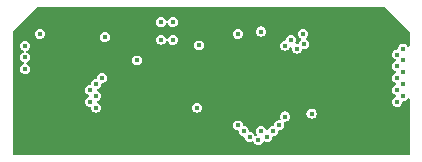
<source format=gbr>
%TF.GenerationSoftware,KiCad,Pcbnew,7.0.8*%
%TF.CreationDate,2023-11-08T19:53:20+10:00*%
%TF.ProjectId,ControllerBoard,436f6e74-726f-46c6-9c65-72426f617264,rev?*%
%TF.SameCoordinates,Original*%
%TF.FileFunction,Copper,L2,Inr*%
%TF.FilePolarity,Positive*%
%FSLAX46Y46*%
G04 Gerber Fmt 4.6, Leading zero omitted, Abs format (unit mm)*
G04 Created by KiCad (PCBNEW 7.0.8) date 2023-11-08 19:53:20*
%MOMM*%
%LPD*%
G01*
G04 APERTURE LIST*
%TA.AperFunction,ViaPad*%
%ADD10C,0.450000*%
%TD*%
G04 APERTURE END LIST*
D10*
%TO.N,GND*%
X12500000Y-4000000D03*
X9250000Y-1270000D03*
X10750000Y-500000D03*
%TO.N,VCC*%
X13760000Y-3000000D03*
X1250000Y-5500000D03*
X2500000Y-2500000D03*
X1250000Y-3500000D03*
X15775000Y-8750000D03*
X13760000Y-1500000D03*
X16000000Y-3480000D03*
X1250000Y-4500000D03*
X25500000Y-9250000D03*
X8000000Y-2775000D03*
%TO.N,GND*%
X19250000Y-6750000D03*
X16250000Y-520000D03*
X15020000Y-10000000D03*
X18250000Y-4250000D03*
X22750000Y-1500000D03*
X30000000Y-3750000D03*
X1250000Y-8500000D03*
X19250000Y-7750000D03*
X20750000Y-5750000D03*
X1250000Y-7500000D03*
X24000000Y-1500000D03*
X18250000Y-8250000D03*
X16000000Y-2520000D03*
X22250000Y-4250000D03*
X14225000Y-8750000D03*
X2500000Y-9500000D03*
X20520000Y-750000D03*
X20500000Y-6750000D03*
X8000000Y-1225000D03*
X19500000Y-1480000D03*
X1250000Y-6500000D03*
X24500000Y-9730000D03*
X26750000Y-3750000D03*
X18250000Y-6750000D03*
X21500000Y-5000000D03*
X14225000Y-7250000D03*
X21800000Y-1650000D03*
X20480000Y-12500000D03*
X13520000Y-12500000D03*
X25250000Y-1500000D03*
X16750000Y-9000000D03*
X17500000Y-10000000D03*
X5250000Y-1150000D03*
X9250000Y-4230000D03*
%TO.N,/Microcontroller/DEC3*%
X19250000Y-2500000D03*
%TO.N,/Connectors/ROW0*%
X33250000Y-3750000D03*
%TO.N,/Connectors/COL9*%
X24750000Y-2500000D03*
%TO.N,/Connectors/ROW1*%
X32750000Y-4250000D03*
%TO.N,/Connectors/COL10*%
X24875000Y-3375000D03*
%TO.N,/Accelerometer/SDA*%
X12750000Y-1510000D03*
%TO.N,/Accelerometer/SCL*%
X12750000Y-2990000D03*
%TO.N,/Connectors/ROW2*%
X33250000Y-4750000D03*
%TO.N,/Connectors/COL0*%
X19250000Y-10250000D03*
%TO.N,/Connectors/ROW3*%
X32750000Y-5250000D03*
%TO.N,/Connectors/COL1*%
X19750000Y-10750000D03*
%TO.N,/Connectors/ROW4*%
X33250000Y-5750000D03*
%TO.N,/Connectors/COL2*%
X20250000Y-11250000D03*
%TO.N,/Connectors/ROW5*%
X32750000Y-6250000D03*
%TO.N,/Connectors/COL3*%
X21000000Y-11500000D03*
%TO.N,/Connectors/ROW6*%
X33250000Y-6750000D03*
%TO.N,/Connectors/COL4*%
X21250000Y-10750000D03*
%TO.N,/Connectors/ROW7*%
X32750000Y-7250000D03*
%TO.N,/Connectors/COL5*%
X21750000Y-11250000D03*
%TO.N,/Connectors/ROW8*%
X33250000Y-7750000D03*
%TO.N,/Connectors/COL6*%
X22250000Y-10750000D03*
%TO.N,/Connectors/ROW9*%
X32750000Y-8250000D03*
%TO.N,/Connectors/COL7*%
X22750000Y-10250000D03*
%TO.N,/Connectors/COL8*%
X23250000Y-9500000D03*
%TO.N,/Connectors/SWDCLK*%
X23250000Y-3500000D03*
%TO.N,/Connectors/SWDIO*%
X23750000Y-3000000D03*
%TO.N,/Accelerometer/INT1*%
X10750000Y-4750000D03*
X21220714Y-2308572D03*
%TO.N,/Connectors/LED0*%
X6750000Y-7250000D03*
%TO.N,/Connectors/LED1*%
X7250000Y-7750000D03*
%TO.N,/Connectors/LED2*%
X6750000Y-8250000D03*
%TO.N,/Connectors/LED3*%
X7250000Y-8750000D03*
%TO.N,/Connectors/BUTTON*%
X7250000Y-6750000D03*
%TO.N,/Microcontroller/RESET*%
X24250000Y-3750000D03*
X7750000Y-6250000D03*
%TD*%
%TA.AperFunction,Conductor*%
%TO.N,GND*%
G36*
X31684134Y-219407D02*
G01*
X31695947Y-229496D01*
X33770504Y-2304053D01*
X33798281Y-2358570D01*
X33799500Y-2374057D01*
X33799500Y-3478845D01*
X33780593Y-3537036D01*
X33731093Y-3573000D01*
X33669907Y-3573000D01*
X33620407Y-3537036D01*
X33612291Y-3523791D01*
X33608457Y-3516268D01*
X33598528Y-3496780D01*
X33503220Y-3401472D01*
X33503217Y-3401470D01*
X33383129Y-3340282D01*
X33383127Y-3340281D01*
X33250000Y-3319196D01*
X33116872Y-3340281D01*
X33116870Y-3340282D01*
X32996782Y-3401470D01*
X32901470Y-3496782D01*
X32840282Y-3616870D01*
X32840281Y-3616872D01*
X32820986Y-3738693D01*
X32793208Y-3793209D01*
X32738693Y-3820986D01*
X32616872Y-3840281D01*
X32616870Y-3840282D01*
X32496782Y-3901470D01*
X32401470Y-3996782D01*
X32340282Y-4116870D01*
X32340281Y-4116872D01*
X32319196Y-4249999D01*
X32319196Y-4250000D01*
X32340281Y-4383127D01*
X32340282Y-4383129D01*
X32399831Y-4500000D01*
X32401472Y-4503220D01*
X32496780Y-4598528D01*
X32532778Y-4616870D01*
X32620939Y-4661791D01*
X32664203Y-4705056D01*
X32673774Y-4765488D01*
X32645996Y-4820004D01*
X32620939Y-4838209D01*
X32496781Y-4901471D01*
X32401470Y-4996782D01*
X32340282Y-5116870D01*
X32340281Y-5116872D01*
X32319196Y-5249999D01*
X32319196Y-5250000D01*
X32340281Y-5383127D01*
X32340282Y-5383129D01*
X32399831Y-5500000D01*
X32401472Y-5503220D01*
X32496780Y-5598528D01*
X32532786Y-5616874D01*
X32620939Y-5661791D01*
X32664203Y-5705056D01*
X32673774Y-5765488D01*
X32645996Y-5820004D01*
X32620939Y-5838209D01*
X32496781Y-5901471D01*
X32401470Y-5996782D01*
X32340282Y-6116870D01*
X32340281Y-6116872D01*
X32319196Y-6249999D01*
X32319196Y-6250000D01*
X32340281Y-6383127D01*
X32340282Y-6383129D01*
X32401470Y-6503217D01*
X32401472Y-6503220D01*
X32496780Y-6598528D01*
X32532778Y-6616870D01*
X32620939Y-6661791D01*
X32664203Y-6705056D01*
X32673774Y-6765488D01*
X32645996Y-6820004D01*
X32620939Y-6838209D01*
X32496781Y-6901471D01*
X32401470Y-6996782D01*
X32340282Y-7116870D01*
X32340281Y-7116872D01*
X32319196Y-7249999D01*
X32319196Y-7250000D01*
X32340281Y-7383127D01*
X32340282Y-7383129D01*
X32401470Y-7503217D01*
X32401472Y-7503220D01*
X32496780Y-7598528D01*
X32532778Y-7616870D01*
X32620939Y-7661791D01*
X32664203Y-7705056D01*
X32673774Y-7765488D01*
X32645996Y-7820004D01*
X32620939Y-7838209D01*
X32496781Y-7901471D01*
X32401470Y-7996782D01*
X32340282Y-8116870D01*
X32340281Y-8116872D01*
X32319196Y-8249999D01*
X32319196Y-8250000D01*
X32340281Y-8383127D01*
X32340282Y-8383129D01*
X32401470Y-8503217D01*
X32401472Y-8503220D01*
X32496780Y-8598528D01*
X32616874Y-8659719D01*
X32750000Y-8680804D01*
X32883126Y-8659719D01*
X33003220Y-8598528D01*
X33098528Y-8503220D01*
X33159719Y-8383126D01*
X33179013Y-8261306D01*
X33206790Y-8206791D01*
X33261306Y-8179013D01*
X33383126Y-8159719D01*
X33503220Y-8098528D01*
X33598528Y-8003220D01*
X33612291Y-7976207D01*
X33655555Y-7932944D01*
X33715987Y-7923373D01*
X33770504Y-7951151D01*
X33798281Y-8005667D01*
X33799500Y-8021154D01*
X33799500Y-12700500D01*
X33780593Y-12758691D01*
X33731093Y-12794655D01*
X33700500Y-12799500D01*
X299500Y-12799500D01*
X241309Y-12780593D01*
X205345Y-12731093D01*
X200500Y-12700500D01*
X200500Y-10250000D01*
X18819196Y-10250000D01*
X18840281Y-10383127D01*
X18840282Y-10383129D01*
X18901470Y-10503217D01*
X18901472Y-10503220D01*
X18996780Y-10598528D01*
X19116874Y-10659719D01*
X19238007Y-10678904D01*
X19238692Y-10679013D01*
X19293209Y-10706790D01*
X19320986Y-10761306D01*
X19340281Y-10883127D01*
X19340282Y-10883129D01*
X19401470Y-11003217D01*
X19401472Y-11003220D01*
X19496780Y-11098528D01*
X19616874Y-11159719D01*
X19738007Y-11178904D01*
X19738692Y-11179013D01*
X19793209Y-11206790D01*
X19820986Y-11261306D01*
X19840281Y-11383127D01*
X19840282Y-11383129D01*
X19901470Y-11503217D01*
X19901472Y-11503220D01*
X19996780Y-11598528D01*
X20116874Y-11659719D01*
X20250000Y-11680804D01*
X20383126Y-11659719D01*
X20470132Y-11615386D01*
X20530563Y-11605815D01*
X20585080Y-11633592D01*
X20603286Y-11658651D01*
X20614574Y-11680804D01*
X20651472Y-11753220D01*
X20746780Y-11848528D01*
X20866874Y-11909719D01*
X21000000Y-11930804D01*
X21133126Y-11909719D01*
X21253220Y-11848528D01*
X21348528Y-11753220D01*
X21396714Y-11658648D01*
X21439977Y-11615387D01*
X21500409Y-11605815D01*
X21529866Y-11615386D01*
X21616874Y-11659719D01*
X21750000Y-11680804D01*
X21883126Y-11659719D01*
X22003220Y-11598528D01*
X22098528Y-11503220D01*
X22159719Y-11383126D01*
X22179013Y-11261306D01*
X22206790Y-11206791D01*
X22261306Y-11179013D01*
X22383126Y-11159719D01*
X22503220Y-11098528D01*
X22598528Y-11003220D01*
X22659719Y-10883126D01*
X22679013Y-10761306D01*
X22706790Y-10706791D01*
X22761306Y-10679013D01*
X22883126Y-10659719D01*
X23003220Y-10598528D01*
X23098528Y-10503220D01*
X23159719Y-10383126D01*
X23180804Y-10250000D01*
X23159719Y-10116874D01*
X23136872Y-10072035D01*
X23127301Y-10011605D01*
X23155078Y-9957088D01*
X23209594Y-9929310D01*
X23240567Y-9929310D01*
X23250000Y-9930804D01*
X23383126Y-9909719D01*
X23503220Y-9848528D01*
X23598528Y-9753220D01*
X23659719Y-9633126D01*
X23680804Y-9500000D01*
X23659719Y-9366874D01*
X23600169Y-9250000D01*
X25069196Y-9250000D01*
X25090281Y-9383127D01*
X25090282Y-9383129D01*
X25149831Y-9500000D01*
X25151472Y-9503220D01*
X25246780Y-9598528D01*
X25366874Y-9659719D01*
X25500000Y-9680804D01*
X25633126Y-9659719D01*
X25753220Y-9598528D01*
X25848528Y-9503220D01*
X25909719Y-9383126D01*
X25930804Y-9250000D01*
X25909719Y-9116874D01*
X25848528Y-8996780D01*
X25753220Y-8901472D01*
X25753217Y-8901470D01*
X25633129Y-8840282D01*
X25633127Y-8840281D01*
X25500000Y-8819196D01*
X25366872Y-8840281D01*
X25366870Y-8840282D01*
X25246782Y-8901470D01*
X25151470Y-8996782D01*
X25090282Y-9116870D01*
X25090281Y-9116872D01*
X25069196Y-9249999D01*
X25069196Y-9250000D01*
X23600169Y-9250000D01*
X23598528Y-9246780D01*
X23503220Y-9151472D01*
X23503217Y-9151470D01*
X23383129Y-9090282D01*
X23383127Y-9090281D01*
X23250000Y-9069196D01*
X23116872Y-9090281D01*
X23116870Y-9090282D01*
X22996782Y-9151470D01*
X22901470Y-9246782D01*
X22840282Y-9366870D01*
X22840281Y-9366872D01*
X22819196Y-9499999D01*
X22819196Y-9500000D01*
X22840281Y-9633127D01*
X22840282Y-9633129D01*
X22863126Y-9677963D01*
X22872698Y-9738395D01*
X22844921Y-9792911D01*
X22790404Y-9820689D01*
X22759433Y-9820690D01*
X22759426Y-9820689D01*
X22757755Y-9820424D01*
X22750000Y-9819196D01*
X22749999Y-9819196D01*
X22616872Y-9840281D01*
X22616870Y-9840282D01*
X22496782Y-9901470D01*
X22401470Y-9996782D01*
X22340282Y-10116870D01*
X22340281Y-10116872D01*
X22320986Y-10238693D01*
X22293208Y-10293209D01*
X22238693Y-10320986D01*
X22116872Y-10340281D01*
X22116870Y-10340282D01*
X21996782Y-10401470D01*
X21901471Y-10496781D01*
X21838209Y-10620939D01*
X21794944Y-10664203D01*
X21734512Y-10673774D01*
X21679996Y-10645996D01*
X21661791Y-10620939D01*
X21601809Y-10503220D01*
X21598528Y-10496780D01*
X21503220Y-10401472D01*
X21503217Y-10401470D01*
X21383129Y-10340282D01*
X21383127Y-10340281D01*
X21250000Y-10319196D01*
X21116872Y-10340281D01*
X21116870Y-10340282D01*
X20996782Y-10401470D01*
X20901470Y-10496782D01*
X20840282Y-10616870D01*
X20840281Y-10616872D01*
X20820987Y-10738692D01*
X20819196Y-10750000D01*
X20840281Y-10883126D01*
X20840282Y-10883127D01*
X20884613Y-10970132D01*
X20894184Y-11030564D01*
X20866407Y-11085081D01*
X20841348Y-11103287D01*
X20779867Y-11134613D01*
X20719435Y-11144184D01*
X20664918Y-11116406D01*
X20646714Y-11091351D01*
X20598528Y-10996780D01*
X20503220Y-10901472D01*
X20503217Y-10901470D01*
X20383129Y-10840282D01*
X20383127Y-10840281D01*
X20261306Y-10820986D01*
X20206790Y-10793208D01*
X20179013Y-10738692D01*
X20169844Y-10680804D01*
X20159719Y-10616874D01*
X20098528Y-10496780D01*
X20003220Y-10401472D01*
X20003217Y-10401470D01*
X19883129Y-10340282D01*
X19883127Y-10340281D01*
X19761306Y-10320986D01*
X19706790Y-10293208D01*
X19679013Y-10238692D01*
X19678904Y-10238007D01*
X19659719Y-10116874D01*
X19598528Y-9996780D01*
X19503220Y-9901472D01*
X19503217Y-9901470D01*
X19383129Y-9840282D01*
X19383127Y-9840281D01*
X19250000Y-9819196D01*
X19116872Y-9840281D01*
X19116870Y-9840282D01*
X18996782Y-9901470D01*
X18901470Y-9996782D01*
X18840282Y-10116870D01*
X18840281Y-10116872D01*
X18819196Y-10249999D01*
X18819196Y-10250000D01*
X200500Y-10250000D01*
X200500Y-8250000D01*
X6319196Y-8250000D01*
X6340281Y-8383127D01*
X6340282Y-8383129D01*
X6401470Y-8503217D01*
X6401472Y-8503220D01*
X6496780Y-8598528D01*
X6616874Y-8659719D01*
X6738007Y-8678904D01*
X6738692Y-8679013D01*
X6793209Y-8706790D01*
X6820986Y-8761306D01*
X6840281Y-8883127D01*
X6840282Y-8883129D01*
X6901470Y-9003217D01*
X6901472Y-9003220D01*
X6996780Y-9098528D01*
X7116874Y-9159719D01*
X7250000Y-9180804D01*
X7383126Y-9159719D01*
X7503220Y-9098528D01*
X7598528Y-9003220D01*
X7659719Y-8883126D01*
X7680804Y-8750000D01*
X15344196Y-8750000D01*
X15365281Y-8883127D01*
X15365282Y-8883129D01*
X15426470Y-9003217D01*
X15426472Y-9003220D01*
X15521780Y-9098528D01*
X15641874Y-9159719D01*
X15775000Y-9180804D01*
X15908126Y-9159719D01*
X16028220Y-9098528D01*
X16123528Y-9003220D01*
X16184719Y-8883126D01*
X16205804Y-8750000D01*
X16184719Y-8616874D01*
X16123528Y-8496780D01*
X16028220Y-8401472D01*
X16028217Y-8401470D01*
X15908129Y-8340282D01*
X15908127Y-8340281D01*
X15775000Y-8319196D01*
X15641872Y-8340281D01*
X15641870Y-8340282D01*
X15521782Y-8401470D01*
X15426470Y-8496782D01*
X15365282Y-8616870D01*
X15365281Y-8616872D01*
X15344196Y-8749999D01*
X15344196Y-8750000D01*
X7680804Y-8750000D01*
X7659719Y-8616874D01*
X7598528Y-8496780D01*
X7503220Y-8401472D01*
X7503217Y-8401470D01*
X7379061Y-8338209D01*
X7335796Y-8294945D01*
X7326225Y-8234513D01*
X7354003Y-8179996D01*
X7379061Y-8161791D01*
X7467222Y-8116870D01*
X7503220Y-8098528D01*
X7598528Y-8003220D01*
X7659719Y-7883126D01*
X7680804Y-7750000D01*
X7659719Y-7616874D01*
X7598528Y-7496780D01*
X7503220Y-7401472D01*
X7503217Y-7401470D01*
X7379061Y-7338209D01*
X7335796Y-7294945D01*
X7326225Y-7234513D01*
X7354003Y-7179996D01*
X7379061Y-7161791D01*
X7467222Y-7116870D01*
X7503220Y-7098528D01*
X7598528Y-7003220D01*
X7659719Y-6883126D01*
X7679013Y-6761306D01*
X7706790Y-6706791D01*
X7761306Y-6679013D01*
X7883126Y-6659719D01*
X8003220Y-6598528D01*
X8098528Y-6503220D01*
X8159719Y-6383126D01*
X8180804Y-6250000D01*
X8159719Y-6116874D01*
X8098528Y-5996780D01*
X8003220Y-5901472D01*
X8003217Y-5901470D01*
X7883129Y-5840282D01*
X7883127Y-5840281D01*
X7750000Y-5819196D01*
X7616872Y-5840281D01*
X7616870Y-5840282D01*
X7496782Y-5901470D01*
X7401470Y-5996782D01*
X7340282Y-6116870D01*
X7340281Y-6116872D01*
X7320986Y-6238693D01*
X7293208Y-6293209D01*
X7238693Y-6320986D01*
X7116872Y-6340281D01*
X7116870Y-6340282D01*
X6996782Y-6401470D01*
X6901470Y-6496782D01*
X6840282Y-6616870D01*
X6840281Y-6616872D01*
X6820986Y-6738693D01*
X6793208Y-6793209D01*
X6738693Y-6820986D01*
X6616872Y-6840281D01*
X6616870Y-6840282D01*
X6496782Y-6901470D01*
X6401470Y-6996782D01*
X6340282Y-7116870D01*
X6340281Y-7116872D01*
X6319196Y-7249999D01*
X6319196Y-7250000D01*
X6340281Y-7383127D01*
X6340282Y-7383129D01*
X6401470Y-7503217D01*
X6401472Y-7503220D01*
X6496780Y-7598528D01*
X6532778Y-7616870D01*
X6620939Y-7661791D01*
X6664203Y-7705056D01*
X6673774Y-7765488D01*
X6645996Y-7820004D01*
X6620939Y-7838209D01*
X6496781Y-7901471D01*
X6401470Y-7996782D01*
X6340282Y-8116870D01*
X6340281Y-8116872D01*
X6319196Y-8249999D01*
X6319196Y-8250000D01*
X200500Y-8250000D01*
X200500Y-5500000D01*
X819196Y-5500000D01*
X840281Y-5633127D01*
X840282Y-5633129D01*
X857939Y-5667782D01*
X901472Y-5753220D01*
X996780Y-5848528D01*
X1116874Y-5909719D01*
X1250000Y-5930804D01*
X1383126Y-5909719D01*
X1503220Y-5848528D01*
X1598528Y-5753220D01*
X1659719Y-5633126D01*
X1680804Y-5500000D01*
X1659719Y-5366874D01*
X1598528Y-5246780D01*
X1503220Y-5151472D01*
X1503217Y-5151470D01*
X1379061Y-5088209D01*
X1335796Y-5044945D01*
X1326225Y-4984513D01*
X1354003Y-4929996D01*
X1379061Y-4911791D01*
X1452963Y-4874134D01*
X1503220Y-4848528D01*
X1598528Y-4753220D01*
X1600169Y-4750000D01*
X10319196Y-4750000D01*
X10340281Y-4883127D01*
X10340282Y-4883129D01*
X10401470Y-5003217D01*
X10401472Y-5003220D01*
X10496780Y-5098528D01*
X10616874Y-5159719D01*
X10750000Y-5180804D01*
X10883126Y-5159719D01*
X11003220Y-5098528D01*
X11098528Y-5003220D01*
X11159719Y-4883126D01*
X11180804Y-4750000D01*
X11159719Y-4616874D01*
X11098528Y-4496780D01*
X11003220Y-4401472D01*
X11003217Y-4401470D01*
X10883129Y-4340282D01*
X10883127Y-4340281D01*
X10750000Y-4319196D01*
X10616872Y-4340281D01*
X10616870Y-4340282D01*
X10496782Y-4401470D01*
X10401470Y-4496782D01*
X10340282Y-4616870D01*
X10340281Y-4616872D01*
X10319196Y-4749999D01*
X10319196Y-4750000D01*
X1600169Y-4750000D01*
X1659719Y-4633126D01*
X1680804Y-4500000D01*
X1659719Y-4366874D01*
X1598528Y-4246780D01*
X1503220Y-4151472D01*
X1503217Y-4151470D01*
X1379061Y-4088209D01*
X1335796Y-4044945D01*
X1326225Y-3984513D01*
X1354003Y-3929996D01*
X1379061Y-3911791D01*
X1456724Y-3872219D01*
X1503220Y-3848528D01*
X1598528Y-3753220D01*
X1659719Y-3633126D01*
X1680804Y-3500000D01*
X1677636Y-3480000D01*
X15569196Y-3480000D01*
X15590281Y-3613127D01*
X15590282Y-3613129D01*
X15646534Y-3723529D01*
X15651472Y-3733220D01*
X15746780Y-3828528D01*
X15746782Y-3828529D01*
X15853934Y-3883126D01*
X15866874Y-3889719D01*
X16000000Y-3910804D01*
X16133126Y-3889719D01*
X16253220Y-3828528D01*
X16348528Y-3733220D01*
X16409719Y-3613126D01*
X16427636Y-3500000D01*
X22819196Y-3500000D01*
X22840281Y-3633127D01*
X22840282Y-3633129D01*
X22899831Y-3750000D01*
X22901472Y-3753220D01*
X22996780Y-3848528D01*
X23116874Y-3909719D01*
X23250000Y-3930804D01*
X23383126Y-3909719D01*
X23503220Y-3848528D01*
X23598528Y-3753220D01*
X23634219Y-3683171D01*
X23677482Y-3639910D01*
X23737914Y-3630338D01*
X23792430Y-3658115D01*
X23820208Y-3712632D01*
X23820209Y-3743602D01*
X23819196Y-3749999D01*
X23819196Y-3750000D01*
X23840281Y-3883127D01*
X23840282Y-3883129D01*
X23901470Y-4003217D01*
X23901472Y-4003220D01*
X23996780Y-4098528D01*
X24116874Y-4159719D01*
X24250000Y-4180804D01*
X24383126Y-4159719D01*
X24503220Y-4098528D01*
X24598528Y-4003220D01*
X24659719Y-3883126D01*
X24661447Y-3872214D01*
X24689220Y-3817701D01*
X24743735Y-3789921D01*
X24774711Y-3789920D01*
X24875000Y-3805804D01*
X25008126Y-3784719D01*
X25128220Y-3723528D01*
X25223528Y-3628220D01*
X25284719Y-3508126D01*
X25305804Y-3375000D01*
X25284719Y-3241874D01*
X25223528Y-3121780D01*
X25128220Y-3026472D01*
X25048939Y-2986076D01*
X25005676Y-2942813D01*
X24996105Y-2882381D01*
X25023881Y-2827866D01*
X25098528Y-2753220D01*
X25159719Y-2633126D01*
X25180804Y-2500000D01*
X25159719Y-2366874D01*
X25098528Y-2246780D01*
X25003220Y-2151472D01*
X25003217Y-2151470D01*
X24883129Y-2090282D01*
X24883127Y-2090281D01*
X24750000Y-2069196D01*
X24616872Y-2090281D01*
X24616870Y-2090282D01*
X24496782Y-2151470D01*
X24401470Y-2246782D01*
X24340282Y-2366870D01*
X24340281Y-2366872D01*
X24319196Y-2499999D01*
X24319196Y-2500000D01*
X24340281Y-2633127D01*
X24340282Y-2633129D01*
X24401470Y-2753217D01*
X24401472Y-2753220D01*
X24496780Y-2848528D01*
X24576060Y-2888923D01*
X24619323Y-2932186D01*
X24628894Y-2992618D01*
X24601117Y-3047134D01*
X24526473Y-3121778D01*
X24526470Y-3121782D01*
X24465282Y-3241870D01*
X24465280Y-3241876D01*
X24463551Y-3252790D01*
X24435771Y-3307305D01*
X24381253Y-3335080D01*
X24350284Y-3335079D01*
X24250001Y-3319196D01*
X24250000Y-3319196D01*
X24240565Y-3320690D01*
X24180134Y-3311116D01*
X24136871Y-3267850D01*
X24127301Y-3207417D01*
X24136870Y-3177968D01*
X24159719Y-3133126D01*
X24180804Y-3000000D01*
X24159719Y-2866874D01*
X24098528Y-2746780D01*
X24003220Y-2651472D01*
X24003217Y-2651470D01*
X23883129Y-2590282D01*
X23883127Y-2590281D01*
X23750000Y-2569196D01*
X23616872Y-2590281D01*
X23616870Y-2590282D01*
X23496782Y-2651470D01*
X23401470Y-2746782D01*
X23340282Y-2866870D01*
X23340281Y-2866872D01*
X23320986Y-2988693D01*
X23293208Y-3043209D01*
X23238693Y-3070986D01*
X23116872Y-3090281D01*
X23116870Y-3090282D01*
X22996782Y-3151470D01*
X22901470Y-3246782D01*
X22840282Y-3366870D01*
X22840281Y-3366872D01*
X22819196Y-3499999D01*
X22819196Y-3500000D01*
X16427636Y-3500000D01*
X16430804Y-3480000D01*
X16409719Y-3346874D01*
X16405466Y-3338528D01*
X16348529Y-3226782D01*
X16348528Y-3226780D01*
X16253220Y-3131472D01*
X16253217Y-3131470D01*
X16133129Y-3070282D01*
X16133127Y-3070281D01*
X16000000Y-3049196D01*
X15866872Y-3070281D01*
X15866870Y-3070282D01*
X15746782Y-3131470D01*
X15651470Y-3226782D01*
X15590282Y-3346870D01*
X15590281Y-3346872D01*
X15569196Y-3479999D01*
X15569196Y-3480000D01*
X1677636Y-3480000D01*
X1659719Y-3366874D01*
X1649528Y-3346874D01*
X1598529Y-3246782D01*
X1598528Y-3246780D01*
X1503220Y-3151472D01*
X1503217Y-3151470D01*
X1383129Y-3090282D01*
X1383127Y-3090281D01*
X1250000Y-3069196D01*
X1116872Y-3090281D01*
X1116870Y-3090282D01*
X996782Y-3151470D01*
X901470Y-3246782D01*
X840282Y-3366870D01*
X840281Y-3366872D01*
X819196Y-3499999D01*
X819196Y-3500000D01*
X840281Y-3633127D01*
X840282Y-3633129D01*
X899831Y-3750000D01*
X901472Y-3753220D01*
X996780Y-3848528D01*
X1043276Y-3872219D01*
X1120939Y-3911791D01*
X1164203Y-3955056D01*
X1173774Y-4015488D01*
X1145996Y-4070004D01*
X1120939Y-4088209D01*
X996781Y-4151471D01*
X901470Y-4246782D01*
X840282Y-4366870D01*
X840281Y-4366872D01*
X819196Y-4499999D01*
X819196Y-4500000D01*
X840281Y-4633127D01*
X840282Y-4633129D01*
X899831Y-4750000D01*
X901472Y-4753220D01*
X996780Y-4848528D01*
X1045940Y-4873576D01*
X1120939Y-4911791D01*
X1164203Y-4955056D01*
X1173774Y-5015488D01*
X1145996Y-5070004D01*
X1120939Y-5088209D01*
X996781Y-5151471D01*
X901470Y-5246782D01*
X840282Y-5366870D01*
X840281Y-5366872D01*
X819196Y-5499999D01*
X819196Y-5500000D01*
X200500Y-5500000D01*
X200500Y-2500000D01*
X2069196Y-2500000D01*
X2090281Y-2633127D01*
X2090282Y-2633129D01*
X2151470Y-2753217D01*
X2151472Y-2753220D01*
X2246780Y-2848528D01*
X2246782Y-2848529D01*
X2363749Y-2908127D01*
X2366874Y-2909719D01*
X2500000Y-2930804D01*
X2633126Y-2909719D01*
X2753220Y-2848528D01*
X2826748Y-2775000D01*
X7569196Y-2775000D01*
X7590281Y-2908127D01*
X7590282Y-2908129D01*
X7637093Y-3000000D01*
X7651472Y-3028220D01*
X7746780Y-3123528D01*
X7866874Y-3184719D01*
X8000000Y-3205804D01*
X8133126Y-3184719D01*
X8253220Y-3123528D01*
X8348528Y-3028220D01*
X8368002Y-2990000D01*
X12319196Y-2990000D01*
X12340281Y-3123127D01*
X12340282Y-3123129D01*
X12383229Y-3207417D01*
X12401472Y-3243220D01*
X12496780Y-3338528D01*
X12616874Y-3399719D01*
X12750000Y-3420804D01*
X12883126Y-3399719D01*
X13003220Y-3338528D01*
X13098528Y-3243220D01*
X13145277Y-3151470D01*
X13163257Y-3116184D01*
X13164700Y-3116919D01*
X13195289Y-3074804D01*
X13253477Y-3055887D01*
X13311670Y-3074785D01*
X13347643Y-3124279D01*
X13348316Y-3127079D01*
X13350282Y-3133129D01*
X13411470Y-3253217D01*
X13411472Y-3253220D01*
X13506780Y-3348528D01*
X13626874Y-3409719D01*
X13760000Y-3430804D01*
X13893126Y-3409719D01*
X14013220Y-3348528D01*
X14108528Y-3253220D01*
X14169719Y-3133126D01*
X14190804Y-3000000D01*
X14169719Y-2866874D01*
X14108528Y-2746780D01*
X14013220Y-2651472D01*
X14013217Y-2651470D01*
X13893129Y-2590282D01*
X13893127Y-2590281D01*
X13760000Y-2569196D01*
X13626872Y-2590281D01*
X13626870Y-2590282D01*
X13506782Y-2651470D01*
X13411470Y-2746782D01*
X13346743Y-2873816D01*
X13345301Y-2873081D01*
X13314695Y-2915206D01*
X13256503Y-2934112D01*
X13198313Y-2915203D01*
X13162351Y-2865702D01*
X13161681Y-2862915D01*
X13159719Y-2856878D01*
X13159719Y-2856874D01*
X13155466Y-2848528D01*
X13098529Y-2736782D01*
X13098528Y-2736780D01*
X13003220Y-2641472D01*
X13003217Y-2641470D01*
X12883129Y-2580282D01*
X12883127Y-2580281D01*
X12750000Y-2559196D01*
X12616872Y-2580281D01*
X12616870Y-2580282D01*
X12496782Y-2641470D01*
X12401470Y-2736782D01*
X12340282Y-2856870D01*
X12340281Y-2856872D01*
X12319196Y-2989999D01*
X12319196Y-2990000D01*
X8368002Y-2990000D01*
X8409719Y-2908126D01*
X8430804Y-2775000D01*
X8409719Y-2641874D01*
X8348528Y-2521780D01*
X8326748Y-2500000D01*
X18819196Y-2500000D01*
X18840281Y-2633127D01*
X18840282Y-2633129D01*
X18901470Y-2753217D01*
X18901472Y-2753220D01*
X18996780Y-2848528D01*
X18996782Y-2848529D01*
X19113749Y-2908127D01*
X19116874Y-2909719D01*
X19250000Y-2930804D01*
X19383126Y-2909719D01*
X19503220Y-2848528D01*
X19598528Y-2753220D01*
X19659719Y-2633126D01*
X19680804Y-2500000D01*
X19659719Y-2366874D01*
X19630013Y-2308572D01*
X20789910Y-2308572D01*
X20810995Y-2441699D01*
X20810996Y-2441701D01*
X20870863Y-2559196D01*
X20872186Y-2561792D01*
X20967494Y-2657100D01*
X21087588Y-2718291D01*
X21220714Y-2739376D01*
X21353840Y-2718291D01*
X21473934Y-2657100D01*
X21569242Y-2561792D01*
X21630433Y-2441698D01*
X21651518Y-2308572D01*
X21630433Y-2175446D01*
X21569242Y-2055352D01*
X21473934Y-1960044D01*
X21473931Y-1960042D01*
X21353843Y-1898854D01*
X21353841Y-1898853D01*
X21220714Y-1877768D01*
X21087586Y-1898853D01*
X21087584Y-1898854D01*
X20967496Y-1960042D01*
X20872184Y-2055354D01*
X20810996Y-2175442D01*
X20810995Y-2175444D01*
X20789910Y-2308571D01*
X20789910Y-2308572D01*
X19630013Y-2308572D01*
X19598528Y-2246780D01*
X19503220Y-2151472D01*
X19503217Y-2151470D01*
X19383129Y-2090282D01*
X19383127Y-2090281D01*
X19250000Y-2069196D01*
X19116872Y-2090281D01*
X19116870Y-2090282D01*
X18996782Y-2151470D01*
X18901470Y-2246782D01*
X18840282Y-2366870D01*
X18840281Y-2366872D01*
X18819196Y-2499999D01*
X18819196Y-2500000D01*
X8326748Y-2500000D01*
X8253220Y-2426472D01*
X8253217Y-2426470D01*
X8133129Y-2365282D01*
X8133127Y-2365281D01*
X8000000Y-2344196D01*
X7866872Y-2365281D01*
X7866870Y-2365282D01*
X7746782Y-2426470D01*
X7651470Y-2521782D01*
X7590282Y-2641870D01*
X7590281Y-2641872D01*
X7569196Y-2774999D01*
X7569196Y-2775000D01*
X2826748Y-2775000D01*
X2848528Y-2753220D01*
X2909719Y-2633126D01*
X2930804Y-2500000D01*
X2909719Y-2366874D01*
X2848528Y-2246780D01*
X2753220Y-2151472D01*
X2753217Y-2151470D01*
X2633129Y-2090282D01*
X2633127Y-2090281D01*
X2500000Y-2069196D01*
X2366872Y-2090281D01*
X2366870Y-2090282D01*
X2246782Y-2151470D01*
X2151470Y-2246782D01*
X2090282Y-2366870D01*
X2090281Y-2366872D01*
X2069196Y-2499999D01*
X2069196Y-2500000D01*
X200500Y-2500000D01*
X200500Y-2374057D01*
X219407Y-2315866D01*
X229496Y-2304053D01*
X1023549Y-1510000D01*
X12319196Y-1510000D01*
X12340281Y-1643127D01*
X12340282Y-1643129D01*
X12401470Y-1763217D01*
X12401472Y-1763220D01*
X12496780Y-1858528D01*
X12616874Y-1919719D01*
X12750000Y-1940804D01*
X12883126Y-1919719D01*
X13003220Y-1858528D01*
X13098528Y-1763220D01*
X13159719Y-1643126D01*
X13159719Y-1643119D01*
X13162126Y-1635718D01*
X13165191Y-1636713D01*
X13186492Y-1594894D01*
X13241004Y-1567108D01*
X13301438Y-1576670D01*
X13344709Y-1619928D01*
X13349724Y-1632036D01*
X13411470Y-1753217D01*
X13411472Y-1753220D01*
X13506780Y-1848528D01*
X13626874Y-1909719D01*
X13760000Y-1930804D01*
X13893126Y-1909719D01*
X14013220Y-1848528D01*
X14108528Y-1753220D01*
X14169719Y-1633126D01*
X14190804Y-1500000D01*
X14169719Y-1366874D01*
X14108528Y-1246780D01*
X14013220Y-1151472D01*
X14013217Y-1151470D01*
X13893129Y-1090282D01*
X13893127Y-1090281D01*
X13760000Y-1069196D01*
X13626872Y-1090281D01*
X13626870Y-1090282D01*
X13506782Y-1151470D01*
X13411470Y-1246782D01*
X13350282Y-1366870D01*
X13347874Y-1374282D01*
X13344819Y-1373289D01*
X13323452Y-1415161D01*
X13268917Y-1442903D01*
X13208491Y-1433293D01*
X13165255Y-1390000D01*
X13160272Y-1377958D01*
X13098529Y-1256782D01*
X13098528Y-1256780D01*
X13003220Y-1161472D01*
X13003217Y-1161470D01*
X12883129Y-1100282D01*
X12883127Y-1100281D01*
X12750000Y-1079196D01*
X12616872Y-1100281D01*
X12616870Y-1100282D01*
X12496782Y-1161470D01*
X12401470Y-1256782D01*
X12340282Y-1376870D01*
X12340281Y-1376872D01*
X12319196Y-1509999D01*
X12319196Y-1510000D01*
X1023549Y-1510000D01*
X2304054Y-229496D01*
X2358571Y-201719D01*
X2374058Y-200500D01*
X31625943Y-200500D01*
X31684134Y-219407D01*
G37*
%TD.AperFunction*%
%TD*%
M02*

</source>
